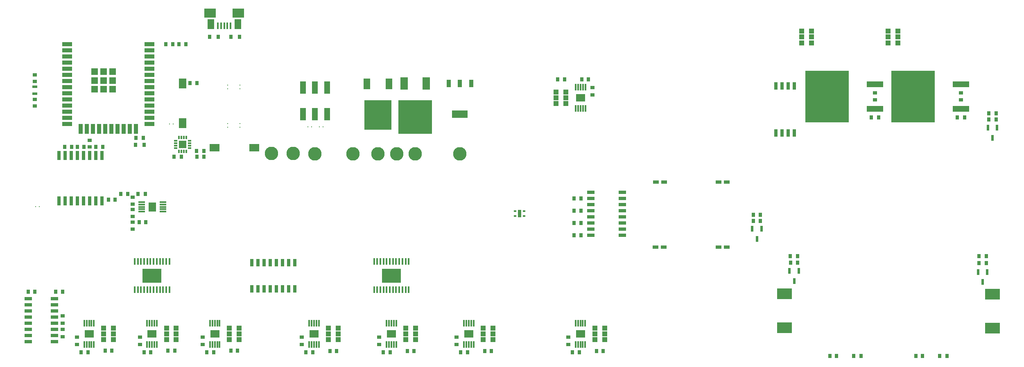
<source format=gtp>
G04*
G04 #@! TF.GenerationSoftware,Altium Limited,Altium Designer,19.0.10 (269)*
G04*
G04 Layer_Color=8421504*
%FSLAX25Y25*%
%MOIN*%
G70*
G01*
G75*
%ADD23R,0.03150X0.03543*%
%ADD24R,0.07874X0.03543*%
%ADD25R,0.03543X0.07874*%
%ADD26R,0.05236X0.05236*%
%ADD27C,0.01181*%
%ADD28R,0.03543X0.02756*%
%ADD29R,0.02756X0.03543*%
%ADD30R,0.03543X0.03150*%
%ADD31R,0.02559X0.07677*%
%ADD32R,0.06181X0.07402*%
%ADD33R,0.05512X0.01181*%
%ADD34R,0.07874X0.05906*%
%ADD35R,0.05906X0.05906*%
%ADD36R,0.01181X0.03150*%
%ADD37R,0.03150X0.01181*%
%ADD38R,0.01772X0.05807*%
%ADD39R,0.15827X0.11654*%
%ADD40R,0.02559X0.06004*%
%ADD41R,0.03937X0.03937*%
%ADD42R,0.07402X0.06181*%
%ADD43R,0.01181X0.05512*%
%ADD44R,0.06496X0.02559*%
%ADD45R,0.12008X0.09055*%
%ADD46R,0.02362X0.05118*%
%ADD47R,0.13500X0.04949*%
%ADD48R,0.35500X0.42000*%
%ADD49R,0.02559X0.06299*%
%ADD50C,0.11000*%
%ADD51R,0.03740X0.06496*%
%ADD52R,0.12795X0.06496*%
%ADD53R,0.04724X0.09843*%
%ADD54R,0.27559X0.27559*%
%ADD55R,0.05906X0.09843*%
%ADD56R,0.05512X0.09016*%
%ADD57R,0.22402X0.24331*%
%ADD58R,0.06004X0.02559*%
%ADD59R,0.02165X0.01378*%
%ADD60R,0.02756X0.06299*%
%ADD61R,0.04528X0.02953*%
%ADD62R,0.02756X0.03740*%
%ADD63R,0.04331X0.02362*%
%ADD64R,0.05906X0.07874*%
%ADD65R,0.01772X0.05433*%
%ADD66R,0.05807X0.08268*%
%ADD67R,0.09350X0.07480*%
D23*
X440551Y280315D02*
D03*
X446063D02*
D03*
X477559Y59055D02*
D03*
X472047D02*
D03*
X386614D02*
D03*
X381102D02*
D03*
X323622D02*
D03*
X318110D02*
D03*
X260630D02*
D03*
X255118D02*
D03*
X179921Y59449D02*
D03*
X174409D02*
D03*
X128740Y59449D02*
D03*
X123228D02*
D03*
X77559D02*
D03*
X72047D02*
D03*
X90456Y187100D02*
D03*
X84944D02*
D03*
X74744Y182300D02*
D03*
X80256D02*
D03*
X70056Y225400D02*
D03*
X64544D02*
D03*
X49444D02*
D03*
X54956D02*
D03*
X39244D02*
D03*
X44756D02*
D03*
X99844Y164253D02*
D03*
X105356D02*
D03*
X452559Y58268D02*
D03*
X458071D02*
D03*
X465629Y280315D02*
D03*
X460117D02*
D03*
X667638Y55024D02*
D03*
X662126D02*
D03*
X737638D02*
D03*
X732126D02*
D03*
X37402Y107480D02*
D03*
X31890D02*
D03*
X9402Y107480D02*
D03*
X14913D02*
D03*
X361614Y58268D02*
D03*
X367126D02*
D03*
X235630D02*
D03*
X241142D02*
D03*
X154921D02*
D03*
X160433D02*
D03*
X103740D02*
D03*
X109252D02*
D03*
X52559D02*
D03*
X58071D02*
D03*
X298622D02*
D03*
X304134D02*
D03*
X121653Y309055D02*
D03*
X127165D02*
D03*
D24*
X41339Y309055D02*
D03*
Y304055D02*
D03*
Y299055D02*
D03*
Y294055D02*
D03*
Y289055D02*
D03*
Y284055D02*
D03*
Y279055D02*
D03*
Y274055D02*
D03*
Y269055D02*
D03*
Y264055D02*
D03*
Y259055D02*
D03*
Y254055D02*
D03*
Y249055D02*
D03*
Y244055D02*
D03*
X108268D02*
D03*
Y249055D02*
D03*
Y254055D02*
D03*
Y259055D02*
D03*
Y264055D02*
D03*
Y269055D02*
D03*
Y274055D02*
D03*
Y279055D02*
D03*
Y284055D02*
D03*
Y289055D02*
D03*
Y294055D02*
D03*
Y299055D02*
D03*
Y304055D02*
D03*
Y309055D02*
D03*
D25*
X52303Y240118D02*
D03*
X57303D02*
D03*
X62303D02*
D03*
X67303D02*
D03*
X72303D02*
D03*
X77303D02*
D03*
X82303D02*
D03*
X87303D02*
D03*
X92303D02*
D03*
X97303D02*
D03*
D26*
X63642Y286752D02*
D03*
X70866D02*
D03*
X78091D02*
D03*
X63642Y279528D02*
D03*
X70866D02*
D03*
X78091D02*
D03*
X63642Y272303D02*
D03*
X70866D02*
D03*
X78091D02*
D03*
D27*
X15400Y176700D02*
D03*
X18400D02*
D03*
X182000Y241340D02*
D03*
Y244340D02*
D03*
Y275836D02*
D03*
Y272836D02*
D03*
X172000Y275836D02*
D03*
Y272836D02*
D03*
Y241340D02*
D03*
Y244340D02*
D03*
X240083Y241693D02*
D03*
X237083D02*
D03*
X246532D02*
D03*
X249532D02*
D03*
X127700Y244094D02*
D03*
X124700D02*
D03*
D28*
X94400Y158347D02*
D03*
Y164253D02*
D03*
Y178660D02*
D03*
Y184565D02*
D03*
Y174565D02*
D03*
Y168660D02*
D03*
X449213Y70354D02*
D03*
Y64449D02*
D03*
X468898Y267913D02*
D03*
Y273819D02*
D03*
X698952Y263673D02*
D03*
Y269579D02*
D03*
X768952Y263673D02*
D03*
Y269579D02*
D03*
X37402Y76752D02*
D03*
Y70846D02*
D03*
Y87657D02*
D03*
Y81752D02*
D03*
X358268Y70354D02*
D03*
Y64449D02*
D03*
X232283Y70472D02*
D03*
Y64567D02*
D03*
X151575Y70473D02*
D03*
Y64567D02*
D03*
X100394Y70472D02*
D03*
Y64567D02*
D03*
X49213Y70472D02*
D03*
Y64567D02*
D03*
X295276Y70354D02*
D03*
Y64449D02*
D03*
D29*
X104853Y187100D02*
D03*
X98947D02*
D03*
X152553Y222200D02*
D03*
X146647D02*
D03*
X134253Y217400D02*
D03*
X128347D02*
D03*
X152653D02*
D03*
X146747D02*
D03*
X141047Y277362D02*
D03*
X146953D02*
D03*
X599803Y164961D02*
D03*
X605709D02*
D03*
X791535Y247638D02*
D03*
X797441D02*
D03*
X797441Y252756D02*
D03*
X791535D02*
D03*
X687520Y55024D02*
D03*
X681614D02*
D03*
X630000Y136429D02*
D03*
X635906D02*
D03*
X635953Y131000D02*
D03*
X630047D02*
D03*
X695999Y249606D02*
D03*
X701905D02*
D03*
X757520Y55024D02*
D03*
X751614D02*
D03*
X783661Y136429D02*
D03*
X789567D02*
D03*
X789567Y130929D02*
D03*
X783661D02*
D03*
X765999Y249606D02*
D03*
X771905D02*
D03*
X605709Y170079D02*
D03*
X599803D02*
D03*
X453740Y183563D02*
D03*
X459646D02*
D03*
X453740Y173563D02*
D03*
X459646D02*
D03*
X453740Y163563D02*
D03*
X459646D02*
D03*
X453740Y153563D02*
D03*
X459646D02*
D03*
X103150Y232677D02*
D03*
X97244D02*
D03*
X137992Y309055D02*
D03*
X132087D02*
D03*
D30*
X59644Y230912D02*
D03*
Y225400D02*
D03*
X14961Y284252D02*
D03*
Y278740D02*
D03*
X14961Y258661D02*
D03*
Y264173D02*
D03*
D31*
X69644Y218602D02*
D03*
X64644D02*
D03*
X59644D02*
D03*
X54644D02*
D03*
X49644D02*
D03*
X44644D02*
D03*
X39644D02*
D03*
X34644D02*
D03*
Y181398D02*
D03*
X39644D02*
D03*
X44644D02*
D03*
X49644D02*
D03*
X54644D02*
D03*
X59644D02*
D03*
X64644D02*
D03*
X69644D02*
D03*
D32*
X110700Y176614D02*
D03*
D33*
X119361Y180551D02*
D03*
Y178583D02*
D03*
Y176614D02*
D03*
Y174646D02*
D03*
Y172677D02*
D03*
X102039D02*
D03*
Y174646D02*
D03*
Y176614D02*
D03*
Y178583D02*
D03*
Y180551D02*
D03*
D34*
X193584Y224700D02*
D03*
X161300D02*
D03*
D35*
X135300Y227409D02*
D03*
D36*
X132347Y233117D02*
D03*
X134316D02*
D03*
X136284D02*
D03*
X138253D02*
D03*
Y221700D02*
D03*
X136284D02*
D03*
X134316D02*
D03*
X132347D02*
D03*
D37*
X141009Y230361D02*
D03*
Y228393D02*
D03*
Y226424D02*
D03*
Y224456D02*
D03*
X129591D02*
D03*
Y226424D02*
D03*
Y228393D02*
D03*
Y230361D02*
D03*
D38*
X291121Y108966D02*
D03*
X293680D02*
D03*
X296239D02*
D03*
X298798D02*
D03*
X301358D02*
D03*
X303917D02*
D03*
X306476D02*
D03*
X309035D02*
D03*
X311594D02*
D03*
X314153D02*
D03*
X316712D02*
D03*
X319271D02*
D03*
Y132100D02*
D03*
X316712D02*
D03*
X314153D02*
D03*
X311594D02*
D03*
X309035D02*
D03*
X306476D02*
D03*
X303917D02*
D03*
X301358D02*
D03*
X298798D02*
D03*
X296239D02*
D03*
X293680D02*
D03*
X291121D02*
D03*
X96239Y108966D02*
D03*
X98798D02*
D03*
X101357D02*
D03*
X103917D02*
D03*
X106476D02*
D03*
X109035D02*
D03*
X111594D02*
D03*
X114153D02*
D03*
X116712D02*
D03*
X119271D02*
D03*
X121830D02*
D03*
X124389D02*
D03*
Y132100D02*
D03*
X121830D02*
D03*
X119271D02*
D03*
X116712D02*
D03*
X114153D02*
D03*
X111594D02*
D03*
X109035D02*
D03*
X106476D02*
D03*
X103917D02*
D03*
X101357D02*
D03*
X98798D02*
D03*
X96239D02*
D03*
D39*
X305196Y120533D02*
D03*
X110314D02*
D03*
D40*
X226500Y131210D02*
D03*
X221500D02*
D03*
X216500D02*
D03*
X211500D02*
D03*
X206500D02*
D03*
X201500D02*
D03*
X196500D02*
D03*
X191500D02*
D03*
Y109856D02*
D03*
X196500D02*
D03*
X201500D02*
D03*
X206500D02*
D03*
X211500D02*
D03*
X216500D02*
D03*
X221500D02*
D03*
X226500D02*
D03*
D41*
X478740Y68386D02*
D03*
Y77835D02*
D03*
Y73110D02*
D03*
X470866Y68386D02*
D03*
Y77835D02*
D03*
Y73110D02*
D03*
X447244Y270079D02*
D03*
Y260630D02*
D03*
Y265354D02*
D03*
X439370Y270079D02*
D03*
Y260630D02*
D03*
Y265354D02*
D03*
X639370Y314961D02*
D03*
Y310236D02*
D03*
Y319685D02*
D03*
X709528Y314961D02*
D03*
Y310236D02*
D03*
Y319685D02*
D03*
X647244Y314961D02*
D03*
Y310236D02*
D03*
Y319685D02*
D03*
X717402Y314961D02*
D03*
Y310236D02*
D03*
Y319685D02*
D03*
X387795Y68386D02*
D03*
Y77835D02*
D03*
Y73110D02*
D03*
X379921Y68386D02*
D03*
Y77835D02*
D03*
Y73110D02*
D03*
X261811Y68504D02*
D03*
Y77953D02*
D03*
Y73228D02*
D03*
X253937Y68504D02*
D03*
Y77953D02*
D03*
Y73228D02*
D03*
X181102Y68504D02*
D03*
Y77953D02*
D03*
Y73228D02*
D03*
X173228Y68504D02*
D03*
Y77953D02*
D03*
Y73228D02*
D03*
X129921Y68504D02*
D03*
Y77953D02*
D03*
Y73228D02*
D03*
X122047Y68504D02*
D03*
Y77953D02*
D03*
Y73228D02*
D03*
X78740Y68504D02*
D03*
Y77953D02*
D03*
Y73228D02*
D03*
X70866Y68504D02*
D03*
Y77953D02*
D03*
Y73228D02*
D03*
X324803Y68386D02*
D03*
Y77835D02*
D03*
Y73110D02*
D03*
X316929Y68386D02*
D03*
Y77835D02*
D03*
Y73110D02*
D03*
D42*
X459055D02*
D03*
X459133Y265354D02*
D03*
X368110Y73110D02*
D03*
X242126Y73228D02*
D03*
X161417Y73228D02*
D03*
X110236Y73228D02*
D03*
X59055D02*
D03*
X305118Y73110D02*
D03*
D43*
X455118Y81772D02*
D03*
X457087D02*
D03*
X459055D02*
D03*
X461024D02*
D03*
X462992D02*
D03*
Y64449D02*
D03*
X461024D02*
D03*
X459055D02*
D03*
X457087D02*
D03*
X455118D02*
D03*
X463070Y256693D02*
D03*
X461101D02*
D03*
X459133D02*
D03*
X457164D02*
D03*
X455196D02*
D03*
Y274016D02*
D03*
X457164D02*
D03*
X459133D02*
D03*
X461101D02*
D03*
X463070D02*
D03*
X364173Y81772D02*
D03*
X366142D02*
D03*
X368110D02*
D03*
X370079D02*
D03*
X372047D02*
D03*
Y64449D02*
D03*
X370079D02*
D03*
X368110D02*
D03*
X366142D02*
D03*
X364173D02*
D03*
X238189Y81890D02*
D03*
X240158D02*
D03*
X242126D02*
D03*
X244094D02*
D03*
X246063D02*
D03*
Y64567D02*
D03*
X244094D02*
D03*
X242126D02*
D03*
X240158D02*
D03*
X238189D02*
D03*
X157480Y81890D02*
D03*
X159449D02*
D03*
X161417D02*
D03*
X163386D02*
D03*
X165354D02*
D03*
Y64567D02*
D03*
X163386D02*
D03*
X161417D02*
D03*
X159449D02*
D03*
X157480D02*
D03*
X106299Y81890D02*
D03*
X108268D02*
D03*
X110236D02*
D03*
X112205D02*
D03*
X114173D02*
D03*
Y64567D02*
D03*
X112205D02*
D03*
X110236D02*
D03*
X108268D02*
D03*
X106299D02*
D03*
X55118Y81890D02*
D03*
X57087D02*
D03*
X59055D02*
D03*
X61024D02*
D03*
X62992D02*
D03*
Y64567D02*
D03*
X61024D02*
D03*
X59055D02*
D03*
X57087D02*
D03*
X55118D02*
D03*
X301181Y81772D02*
D03*
X303150D02*
D03*
X305118D02*
D03*
X307087D02*
D03*
X309055D02*
D03*
Y64449D02*
D03*
X307087D02*
D03*
X305118D02*
D03*
X303150D02*
D03*
X301181D02*
D03*
D44*
X467520Y188563D02*
D03*
Y183563D02*
D03*
Y178563D02*
D03*
Y173563D02*
D03*
Y168563D02*
D03*
Y163563D02*
D03*
Y158563D02*
D03*
Y153563D02*
D03*
X493110D02*
D03*
Y158563D02*
D03*
Y163563D02*
D03*
Y168563D02*
D03*
Y173563D02*
D03*
Y178563D02*
D03*
Y183563D02*
D03*
Y188563D02*
D03*
D45*
X625197Y78216D02*
D03*
Y105776D02*
D03*
X794488Y77823D02*
D03*
Y105382D02*
D03*
D46*
X633071Y116083D02*
D03*
X629331Y124350D02*
D03*
X636811D02*
D03*
X786614Y115295D02*
D03*
X782874Y123563D02*
D03*
X790354D02*
D03*
X794488Y232874D02*
D03*
X790748Y241142D02*
D03*
X798228D02*
D03*
X602756Y150551D02*
D03*
X599016Y158819D02*
D03*
X606496D02*
D03*
D47*
X698952Y276626D02*
D03*
Y256626D02*
D03*
X768952Y276626D02*
D03*
Y256626D02*
D03*
D48*
X659952Y266626D02*
D03*
X729952D02*
D03*
D49*
X633090Y275000D02*
D03*
X628090D02*
D03*
X623091D02*
D03*
X618090D02*
D03*
Y236811D02*
D03*
X623091D02*
D03*
X628090D02*
D03*
X633090D02*
D03*
D50*
X309408Y219685D02*
D03*
X225197Y220079D02*
D03*
X361024Y219685D02*
D03*
X324565D02*
D03*
X294250D02*
D03*
X207480Y220079D02*
D03*
X242913Y219685D02*
D03*
X274016D02*
D03*
D51*
X370079Y276969D02*
D03*
X361024D02*
D03*
X351969D02*
D03*
D52*
X361024Y252165D02*
D03*
D53*
X252756Y273819D02*
D03*
X242913D02*
D03*
X233071D02*
D03*
Y252165D02*
D03*
X242913D02*
D03*
X252756D02*
D03*
D54*
X324565Y249803D02*
D03*
D55*
X315510Y276969D02*
D03*
X333620D02*
D03*
D56*
X303246Y276949D02*
D03*
X285254D02*
D03*
D57*
X294250Y251614D02*
D03*
D58*
X9402Y101752D02*
D03*
Y96752D02*
D03*
Y91752D02*
D03*
Y86752D02*
D03*
Y81752D02*
D03*
Y76752D02*
D03*
Y71752D02*
D03*
Y66752D02*
D03*
X30756D02*
D03*
Y71752D02*
D03*
Y76752D02*
D03*
Y81752D02*
D03*
Y86752D02*
D03*
Y91752D02*
D03*
Y96752D02*
D03*
Y101752D02*
D03*
D59*
X405807Y173031D02*
D03*
Y169095D02*
D03*
X413091D02*
D03*
Y173031D02*
D03*
D60*
X409449Y171063D02*
D03*
D61*
X526896Y143701D02*
D03*
X520203D02*
D03*
X578077D02*
D03*
X571384D02*
D03*
X520504Y196850D02*
D03*
X527197D02*
D03*
X571685D02*
D03*
X578378D02*
D03*
D62*
X103937Y227166D02*
D03*
X96851D02*
D03*
X157087Y315064D02*
D03*
X164173D02*
D03*
X181496Y314961D02*
D03*
X174409D02*
D03*
D63*
X14961Y274410D02*
D03*
Y268898D02*
D03*
D64*
X135300Y244958D02*
D03*
Y277242D02*
D03*
D65*
X174236Y324000D02*
D03*
X171677D02*
D03*
X169118D02*
D03*
X166559D02*
D03*
X164000D02*
D03*
D66*
X158095Y325417D02*
D03*
X180142D02*
D03*
D67*
X180585Y334472D02*
D03*
X157652D02*
D03*
M02*

</source>
